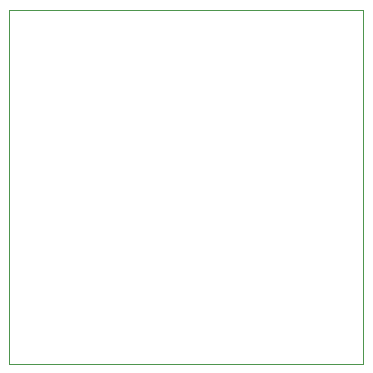
<source format=gbr>
G04 #@! TF.GenerationSoftware,KiCad,Pcbnew,(5.99.0-11522-g728b160719)*
G04 #@! TF.CreationDate,2021-07-25T13:21:19+10:00*
G04 #@! TF.ProjectId,DC_DC,44435f44-432e-46b6-9963-61645f706362,0.2*
G04 #@! TF.SameCoordinates,Original*
G04 #@! TF.FileFunction,Paste,Bot*
G04 #@! TF.FilePolarity,Positive*
%FSLAX46Y46*%
G04 Gerber Fmt 4.6, Leading zero omitted, Abs format (unit mm)*
G04 Created by KiCad (PCBNEW (5.99.0-11522-g728b160719)) date 2021-07-25 13:21:19*
%MOMM*%
%LPD*%
G01*
G04 APERTURE LIST*
G04 #@! TA.AperFunction,Profile*
%ADD10C,0.100000*%
G04 #@! TD*
G04 APERTURE END LIST*
D10*
X84303000Y-48006000D02*
X114275000Y-48006000D01*
X114275000Y-48006000D02*
X114275000Y-77978000D01*
X114275000Y-77978000D02*
X84303000Y-77978000D01*
X84303000Y-77978000D02*
X84303000Y-48006000D01*
M02*

</source>
